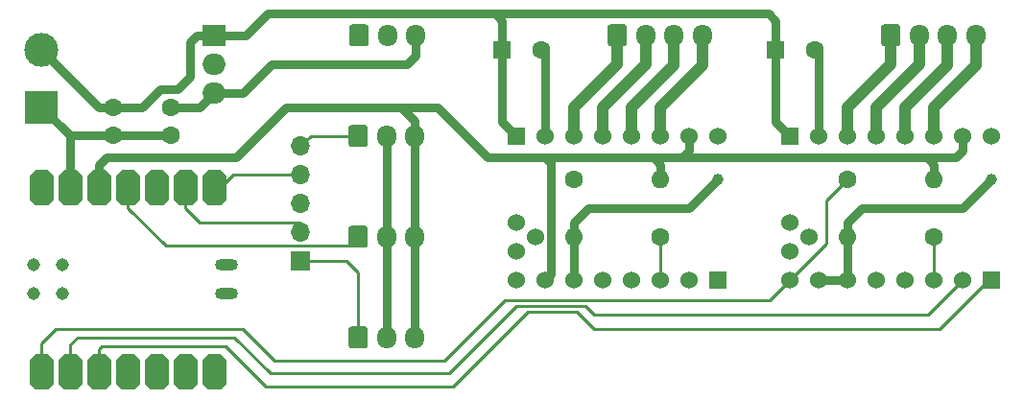
<source format=gtl>
G04 #@! TF.GenerationSoftware,KiCad,Pcbnew,(5.1.9)-1*
G04 #@! TF.CreationDate,2021-06-24T09:40:01+02:00*
G04 #@! TF.ProjectId,ercf-easy-brd,65726366-2d65-4617-9379-2d6272642e6b,v1.1*
G04 #@! TF.SameCoordinates,Original*
G04 #@! TF.FileFunction,Copper,L1,Top*
G04 #@! TF.FilePolarity,Positive*
%FSLAX46Y46*%
G04 Gerber Fmt 4.6, Leading zero omitted, Abs format (unit mm)*
G04 Created by KiCad (PCBNEW (5.1.9)-1) date 2021-06-24 09:40:01*
%MOMM*%
%LPD*%
G01*
G04 APERTURE LIST*
G04 #@! TA.AperFunction,ComponentPad*
%ADD10R,1.524000X1.524000*%
G04 #@! TD*
G04 #@! TA.AperFunction,ComponentPad*
%ADD11C,1.524000*%
G04 #@! TD*
G04 #@! TA.AperFunction,ComponentPad*
%ADD12C,0.100000*%
G04 #@! TD*
G04 #@! TA.AperFunction,SMDPad,CuDef*
%ADD13C,1.143000*%
G04 #@! TD*
G04 #@! TA.AperFunction,SMDPad,CuDef*
%ADD14O,2.032000X1.016000*%
G04 #@! TD*
G04 #@! TA.AperFunction,ComponentPad*
%ADD15O,1.700000X1.700000*%
G04 #@! TD*
G04 #@! TA.AperFunction,ComponentPad*
%ADD16R,1.700000X1.700000*%
G04 #@! TD*
G04 #@! TA.AperFunction,ComponentPad*
%ADD17C,3.000000*%
G04 #@! TD*
G04 #@! TA.AperFunction,ComponentPad*
%ADD18R,3.000000X3.000000*%
G04 #@! TD*
G04 #@! TA.AperFunction,ComponentPad*
%ADD19O,1.700000X1.950000*%
G04 #@! TD*
G04 #@! TA.AperFunction,ComponentPad*
%ADD20C,1.600000*%
G04 #@! TD*
G04 #@! TA.AperFunction,ComponentPad*
%ADD21R,2.000000X1.905000*%
G04 #@! TD*
G04 #@! TA.AperFunction,ComponentPad*
%ADD22O,2.000000X1.905000*%
G04 #@! TD*
G04 #@! TA.AperFunction,ComponentPad*
%ADD23O,1.600000X1.600000*%
G04 #@! TD*
G04 #@! TA.AperFunction,ComponentPad*
%ADD24R,1.600000X1.600000*%
G04 #@! TD*
G04 #@! TA.AperFunction,ViaPad*
%ADD25C,1.000000*%
G04 #@! TD*
G04 #@! TA.AperFunction,Conductor*
%ADD26C,0.600000*%
G04 #@! TD*
G04 #@! TA.AperFunction,Conductor*
%ADD27C,0.800000*%
G04 #@! TD*
G04 #@! TA.AperFunction,Conductor*
%ADD28C,0.250000*%
G04 #@! TD*
G04 #@! TA.AperFunction,Conductor*
%ADD29C,1.000000*%
G04 #@! TD*
G04 APERTURE END LIST*
D10*
X140970000Y-133350000D03*
D11*
X138430000Y-133350000D03*
X135890000Y-133350000D03*
X133350000Y-133350000D03*
X130810000Y-133350000D03*
X128270000Y-133350000D03*
X125730000Y-133350000D03*
X123190000Y-133350000D03*
D10*
X123190000Y-120650000D03*
D11*
X125730000Y-120650000D03*
X128270000Y-120650000D03*
X130810000Y-120650000D03*
X133350000Y-120650000D03*
X135890000Y-120650000D03*
X138430000Y-120650000D03*
X140970000Y-120650000D03*
X123190000Y-130810000D03*
X123190000Y-128270000D03*
X124841000Y-129540000D03*
D10*
X165100000Y-133350000D03*
D11*
X162560000Y-133350000D03*
X160020000Y-133350000D03*
X157480000Y-133350000D03*
X154940000Y-133350000D03*
X152400000Y-133350000D03*
X149860000Y-133350000D03*
X147320000Y-133350000D03*
D10*
X147320000Y-120650000D03*
D11*
X149860000Y-120650000D03*
X152400000Y-120650000D03*
X154940000Y-120650000D03*
X157480000Y-120650000D03*
X160020000Y-120650000D03*
X162560000Y-120650000D03*
X165100000Y-120650000D03*
X147320000Y-130810000D03*
X147320000Y-128270000D03*
X148971000Y-129540000D03*
G04 #@! TA.AperFunction,ComponentPad*
D12*
G36*
X80214961Y-124196245D02*
G01*
X80217806Y-124186866D01*
X80222427Y-124178221D01*
X80228645Y-124170645D01*
X80736645Y-123662645D01*
X80744221Y-123656427D01*
X80752866Y-123651806D01*
X80762245Y-123648961D01*
X80772000Y-123648000D01*
X81788000Y-123648000D01*
X81797755Y-123648961D01*
X81807134Y-123651806D01*
X81815779Y-123656427D01*
X81823355Y-123662645D01*
X82331355Y-124170645D01*
X82337573Y-124178221D01*
X82342194Y-124186866D01*
X82345039Y-124196245D01*
X82346000Y-124206000D01*
X82346000Y-126238000D01*
X82345039Y-126247755D01*
X82342194Y-126257134D01*
X82337573Y-126265779D01*
X82331355Y-126273355D01*
X81823355Y-126781355D01*
X81815779Y-126787573D01*
X81807134Y-126792194D01*
X81797755Y-126795039D01*
X81788000Y-126796000D01*
X80772000Y-126796000D01*
X80762245Y-126795039D01*
X80752866Y-126792194D01*
X80744221Y-126787573D01*
X80736645Y-126781355D01*
X80228645Y-126273355D01*
X80222427Y-126265779D01*
X80217806Y-126257134D01*
X80214961Y-126247755D01*
X80214000Y-126238000D01*
X80214000Y-124206000D01*
X80214961Y-124196245D01*
G37*
G04 #@! TD.AperFunction*
G04 #@! TA.AperFunction,ComponentPad*
G36*
X85294961Y-124196245D02*
G01*
X85297806Y-124186866D01*
X85302427Y-124178221D01*
X85308645Y-124170645D01*
X85816645Y-123662645D01*
X85824221Y-123656427D01*
X85832866Y-123651806D01*
X85842245Y-123648961D01*
X85852000Y-123648000D01*
X86868000Y-123648000D01*
X86877755Y-123648961D01*
X86887134Y-123651806D01*
X86895779Y-123656427D01*
X86903355Y-123662645D01*
X87411355Y-124170645D01*
X87417573Y-124178221D01*
X87422194Y-124186866D01*
X87425039Y-124196245D01*
X87426000Y-124206000D01*
X87426000Y-126238000D01*
X87425039Y-126247755D01*
X87422194Y-126257134D01*
X87417573Y-126265779D01*
X87411355Y-126273355D01*
X86903355Y-126781355D01*
X86895779Y-126787573D01*
X86887134Y-126792194D01*
X86877755Y-126795039D01*
X86868000Y-126796000D01*
X85852000Y-126796000D01*
X85842245Y-126795039D01*
X85832866Y-126792194D01*
X85824221Y-126787573D01*
X85816645Y-126781355D01*
X85308645Y-126273355D01*
X85302427Y-126265779D01*
X85297806Y-126257134D01*
X85294961Y-126247755D01*
X85294000Y-126238000D01*
X85294000Y-124206000D01*
X85294961Y-124196245D01*
G37*
G04 #@! TD.AperFunction*
G04 #@! TA.AperFunction,ComponentPad*
G36*
X82754961Y-124196245D02*
G01*
X82757806Y-124186866D01*
X82762427Y-124178221D01*
X82768645Y-124170645D01*
X83276645Y-123662645D01*
X83284221Y-123656427D01*
X83292866Y-123651806D01*
X83302245Y-123648961D01*
X83312000Y-123648000D01*
X84328000Y-123648000D01*
X84337755Y-123648961D01*
X84347134Y-123651806D01*
X84355779Y-123656427D01*
X84363355Y-123662645D01*
X84871355Y-124170645D01*
X84877573Y-124178221D01*
X84882194Y-124186866D01*
X84885039Y-124196245D01*
X84886000Y-124206000D01*
X84886000Y-126238000D01*
X84885039Y-126247755D01*
X84882194Y-126257134D01*
X84877573Y-126265779D01*
X84871355Y-126273355D01*
X84363355Y-126781355D01*
X84355779Y-126787573D01*
X84347134Y-126792194D01*
X84337755Y-126795039D01*
X84328000Y-126796000D01*
X83312000Y-126796000D01*
X83302245Y-126795039D01*
X83292866Y-126792194D01*
X83284221Y-126787573D01*
X83276645Y-126781355D01*
X82768645Y-126273355D01*
X82762427Y-126265779D01*
X82757806Y-126257134D01*
X82754961Y-126247755D01*
X82754000Y-126238000D01*
X82754000Y-124206000D01*
X82754961Y-124196245D01*
G37*
G04 #@! TD.AperFunction*
G04 #@! TA.AperFunction,ComponentPad*
G36*
X87834961Y-124196245D02*
G01*
X87837806Y-124186866D01*
X87842427Y-124178221D01*
X87848645Y-124170645D01*
X88356645Y-123662645D01*
X88364221Y-123656427D01*
X88372866Y-123651806D01*
X88382245Y-123648961D01*
X88392000Y-123648000D01*
X89408000Y-123648000D01*
X89417755Y-123648961D01*
X89427134Y-123651806D01*
X89435779Y-123656427D01*
X89443355Y-123662645D01*
X89951355Y-124170645D01*
X89957573Y-124178221D01*
X89962194Y-124186866D01*
X89965039Y-124196245D01*
X89966000Y-124206000D01*
X89966000Y-126238000D01*
X89965039Y-126247755D01*
X89962194Y-126257134D01*
X89957573Y-126265779D01*
X89951355Y-126273355D01*
X89443355Y-126781355D01*
X89435779Y-126787573D01*
X89427134Y-126792194D01*
X89417755Y-126795039D01*
X89408000Y-126796000D01*
X88392000Y-126796000D01*
X88382245Y-126795039D01*
X88372866Y-126792194D01*
X88364221Y-126787573D01*
X88356645Y-126781355D01*
X87848645Y-126273355D01*
X87842427Y-126265779D01*
X87837806Y-126257134D01*
X87834961Y-126247755D01*
X87834000Y-126238000D01*
X87834000Y-124206000D01*
X87834961Y-124196245D01*
G37*
G04 #@! TD.AperFunction*
G04 #@! TA.AperFunction,ComponentPad*
G36*
X95454961Y-124196245D02*
G01*
X95457806Y-124186866D01*
X95462427Y-124178221D01*
X95468645Y-124170645D01*
X95976645Y-123662645D01*
X95984221Y-123656427D01*
X95992866Y-123651806D01*
X96002245Y-123648961D01*
X96012000Y-123648000D01*
X97028000Y-123648000D01*
X97037755Y-123648961D01*
X97047134Y-123651806D01*
X97055779Y-123656427D01*
X97063355Y-123662645D01*
X97571355Y-124170645D01*
X97577573Y-124178221D01*
X97582194Y-124186866D01*
X97585039Y-124196245D01*
X97586000Y-124206000D01*
X97586000Y-126238000D01*
X97585039Y-126247755D01*
X97582194Y-126257134D01*
X97577573Y-126265779D01*
X97571355Y-126273355D01*
X97063355Y-126781355D01*
X97055779Y-126787573D01*
X97047134Y-126792194D01*
X97037755Y-126795039D01*
X97028000Y-126796000D01*
X96012000Y-126796000D01*
X96002245Y-126795039D01*
X95992866Y-126792194D01*
X95984221Y-126787573D01*
X95976645Y-126781355D01*
X95468645Y-126273355D01*
X95462427Y-126265779D01*
X95457806Y-126257134D01*
X95454961Y-126247755D01*
X95454000Y-126238000D01*
X95454000Y-124206000D01*
X95454961Y-124196245D01*
G37*
G04 #@! TD.AperFunction*
G04 #@! TA.AperFunction,ComponentPad*
G36*
X92914961Y-124196245D02*
G01*
X92917806Y-124186866D01*
X92922427Y-124178221D01*
X92928645Y-124170645D01*
X93436645Y-123662645D01*
X93444221Y-123656427D01*
X93452866Y-123651806D01*
X93462245Y-123648961D01*
X93472000Y-123648000D01*
X94488000Y-123648000D01*
X94497755Y-123648961D01*
X94507134Y-123651806D01*
X94515779Y-123656427D01*
X94523355Y-123662645D01*
X95031355Y-124170645D01*
X95037573Y-124178221D01*
X95042194Y-124186866D01*
X95045039Y-124196245D01*
X95046000Y-124206000D01*
X95046000Y-126238000D01*
X95045039Y-126247755D01*
X95042194Y-126257134D01*
X95037573Y-126265779D01*
X95031355Y-126273355D01*
X94523355Y-126781355D01*
X94515779Y-126787573D01*
X94507134Y-126792194D01*
X94497755Y-126795039D01*
X94488000Y-126796000D01*
X93472000Y-126796000D01*
X93462245Y-126795039D01*
X93452866Y-126792194D01*
X93444221Y-126787573D01*
X93436645Y-126781355D01*
X92928645Y-126273355D01*
X92922427Y-126265779D01*
X92917806Y-126257134D01*
X92914961Y-126247755D01*
X92914000Y-126238000D01*
X92914000Y-124206000D01*
X92914961Y-124196245D01*
G37*
G04 #@! TD.AperFunction*
G04 #@! TA.AperFunction,ComponentPad*
G36*
X90374961Y-124196245D02*
G01*
X90377806Y-124186866D01*
X90382427Y-124178221D01*
X90388645Y-124170645D01*
X90896645Y-123662645D01*
X90904221Y-123656427D01*
X90912866Y-123651806D01*
X90922245Y-123648961D01*
X90932000Y-123648000D01*
X91948000Y-123648000D01*
X91957755Y-123648961D01*
X91967134Y-123651806D01*
X91975779Y-123656427D01*
X91983355Y-123662645D01*
X92491355Y-124170645D01*
X92497573Y-124178221D01*
X92502194Y-124186866D01*
X92505039Y-124196245D01*
X92506000Y-124206000D01*
X92506000Y-126238000D01*
X92505039Y-126247755D01*
X92502194Y-126257134D01*
X92497573Y-126265779D01*
X92491355Y-126273355D01*
X91983355Y-126781355D01*
X91975779Y-126787573D01*
X91967134Y-126792194D01*
X91957755Y-126795039D01*
X91948000Y-126796000D01*
X90932000Y-126796000D01*
X90922245Y-126795039D01*
X90912866Y-126792194D01*
X90904221Y-126787573D01*
X90896645Y-126781355D01*
X90388645Y-126273355D01*
X90382427Y-126265779D01*
X90377806Y-126257134D01*
X90374961Y-126247755D01*
X90374000Y-126238000D01*
X90374000Y-124206000D01*
X90374961Y-124196245D01*
G37*
G04 #@! TD.AperFunction*
G04 #@! TA.AperFunction,ComponentPad*
G36*
X95454961Y-140452245D02*
G01*
X95457806Y-140442866D01*
X95462427Y-140434221D01*
X95468645Y-140426645D01*
X95976645Y-139918645D01*
X95984221Y-139912427D01*
X95992866Y-139907806D01*
X96002245Y-139904961D01*
X96012000Y-139904000D01*
X97028000Y-139904000D01*
X97037755Y-139904961D01*
X97047134Y-139907806D01*
X97055779Y-139912427D01*
X97063355Y-139918645D01*
X97571355Y-140426645D01*
X97577573Y-140434221D01*
X97582194Y-140442866D01*
X97585039Y-140452245D01*
X97586000Y-140462000D01*
X97586000Y-142494000D01*
X97585039Y-142503755D01*
X97582194Y-142513134D01*
X97577573Y-142521779D01*
X97571355Y-142529355D01*
X97063355Y-143037355D01*
X97055779Y-143043573D01*
X97047134Y-143048194D01*
X97037755Y-143051039D01*
X97028000Y-143052000D01*
X96012000Y-143052000D01*
X96002245Y-143051039D01*
X95992866Y-143048194D01*
X95984221Y-143043573D01*
X95976645Y-143037355D01*
X95468645Y-142529355D01*
X95462427Y-142521779D01*
X95457806Y-142513134D01*
X95454961Y-142503755D01*
X95454000Y-142494000D01*
X95454000Y-140462000D01*
X95454961Y-140452245D01*
G37*
G04 #@! TD.AperFunction*
G04 #@! TA.AperFunction,ComponentPad*
G36*
X92914961Y-140452245D02*
G01*
X92917806Y-140442866D01*
X92922427Y-140434221D01*
X92928645Y-140426645D01*
X93436645Y-139918645D01*
X93444221Y-139912427D01*
X93452866Y-139907806D01*
X93462245Y-139904961D01*
X93472000Y-139904000D01*
X94488000Y-139904000D01*
X94497755Y-139904961D01*
X94507134Y-139907806D01*
X94515779Y-139912427D01*
X94523355Y-139918645D01*
X95031355Y-140426645D01*
X95037573Y-140434221D01*
X95042194Y-140442866D01*
X95045039Y-140452245D01*
X95046000Y-140462000D01*
X95046000Y-142494000D01*
X95045039Y-142503755D01*
X95042194Y-142513134D01*
X95037573Y-142521779D01*
X95031355Y-142529355D01*
X94523355Y-143037355D01*
X94515779Y-143043573D01*
X94507134Y-143048194D01*
X94497755Y-143051039D01*
X94488000Y-143052000D01*
X93472000Y-143052000D01*
X93462245Y-143051039D01*
X93452866Y-143048194D01*
X93444221Y-143043573D01*
X93436645Y-143037355D01*
X92928645Y-142529355D01*
X92922427Y-142521779D01*
X92917806Y-142513134D01*
X92914961Y-142503755D01*
X92914000Y-142494000D01*
X92914000Y-140462000D01*
X92914961Y-140452245D01*
G37*
G04 #@! TD.AperFunction*
G04 #@! TA.AperFunction,ComponentPad*
G36*
X90374961Y-140452245D02*
G01*
X90377806Y-140442866D01*
X90382427Y-140434221D01*
X90388645Y-140426645D01*
X90896645Y-139918645D01*
X90904221Y-139912427D01*
X90912866Y-139907806D01*
X90922245Y-139904961D01*
X90932000Y-139904000D01*
X91948000Y-139904000D01*
X91957755Y-139904961D01*
X91967134Y-139907806D01*
X91975779Y-139912427D01*
X91983355Y-139918645D01*
X92491355Y-140426645D01*
X92497573Y-140434221D01*
X92502194Y-140442866D01*
X92505039Y-140452245D01*
X92506000Y-140462000D01*
X92506000Y-142494000D01*
X92505039Y-142503755D01*
X92502194Y-142513134D01*
X92497573Y-142521779D01*
X92491355Y-142529355D01*
X91983355Y-143037355D01*
X91975779Y-143043573D01*
X91967134Y-143048194D01*
X91957755Y-143051039D01*
X91948000Y-143052000D01*
X90932000Y-143052000D01*
X90922245Y-143051039D01*
X90912866Y-143048194D01*
X90904221Y-143043573D01*
X90896645Y-143037355D01*
X90388645Y-142529355D01*
X90382427Y-142521779D01*
X90377806Y-142513134D01*
X90374961Y-142503755D01*
X90374000Y-142494000D01*
X90374000Y-140462000D01*
X90374961Y-140452245D01*
G37*
G04 #@! TD.AperFunction*
G04 #@! TA.AperFunction,ComponentPad*
G36*
X80214961Y-140452245D02*
G01*
X80217806Y-140442866D01*
X80222427Y-140434221D01*
X80228645Y-140426645D01*
X80736645Y-139918645D01*
X80744221Y-139912427D01*
X80752866Y-139907806D01*
X80762245Y-139904961D01*
X80772000Y-139904000D01*
X81788000Y-139904000D01*
X81797755Y-139904961D01*
X81807134Y-139907806D01*
X81815779Y-139912427D01*
X81823355Y-139918645D01*
X82331355Y-140426645D01*
X82337573Y-140434221D01*
X82342194Y-140442866D01*
X82345039Y-140452245D01*
X82346000Y-140462000D01*
X82346000Y-142494000D01*
X82345039Y-142503755D01*
X82342194Y-142513134D01*
X82337573Y-142521779D01*
X82331355Y-142529355D01*
X81823355Y-143037355D01*
X81815779Y-143043573D01*
X81807134Y-143048194D01*
X81797755Y-143051039D01*
X81788000Y-143052000D01*
X80772000Y-143052000D01*
X80762245Y-143051039D01*
X80752866Y-143048194D01*
X80744221Y-143043573D01*
X80736645Y-143037355D01*
X80228645Y-142529355D01*
X80222427Y-142521779D01*
X80217806Y-142513134D01*
X80214961Y-142503755D01*
X80214000Y-142494000D01*
X80214000Y-140462000D01*
X80214961Y-140452245D01*
G37*
G04 #@! TD.AperFunction*
G04 #@! TA.AperFunction,ComponentPad*
G36*
X82754961Y-140452245D02*
G01*
X82757806Y-140442866D01*
X82762427Y-140434221D01*
X82768645Y-140426645D01*
X83276645Y-139918645D01*
X83284221Y-139912427D01*
X83292866Y-139907806D01*
X83302245Y-139904961D01*
X83312000Y-139904000D01*
X84328000Y-139904000D01*
X84337755Y-139904961D01*
X84347134Y-139907806D01*
X84355779Y-139912427D01*
X84363355Y-139918645D01*
X84871355Y-140426645D01*
X84877573Y-140434221D01*
X84882194Y-140442866D01*
X84885039Y-140452245D01*
X84886000Y-140462000D01*
X84886000Y-142494000D01*
X84885039Y-142503755D01*
X84882194Y-142513134D01*
X84877573Y-142521779D01*
X84871355Y-142529355D01*
X84363355Y-143037355D01*
X84355779Y-143043573D01*
X84347134Y-143048194D01*
X84337755Y-143051039D01*
X84328000Y-143052000D01*
X83312000Y-143052000D01*
X83302245Y-143051039D01*
X83292866Y-143048194D01*
X83284221Y-143043573D01*
X83276645Y-143037355D01*
X82768645Y-142529355D01*
X82762427Y-142521779D01*
X82757806Y-142513134D01*
X82754961Y-142503755D01*
X82754000Y-142494000D01*
X82754000Y-140462000D01*
X82754961Y-140452245D01*
G37*
G04 #@! TD.AperFunction*
G04 #@! TA.AperFunction,ComponentPad*
G36*
X85294961Y-140452245D02*
G01*
X85297806Y-140442866D01*
X85302427Y-140434221D01*
X85308645Y-140426645D01*
X85816645Y-139918645D01*
X85824221Y-139912427D01*
X85832866Y-139907806D01*
X85842245Y-139904961D01*
X85852000Y-139904000D01*
X86868000Y-139904000D01*
X86877755Y-139904961D01*
X86887134Y-139907806D01*
X86895779Y-139912427D01*
X86903355Y-139918645D01*
X87411355Y-140426645D01*
X87417573Y-140434221D01*
X87422194Y-140442866D01*
X87425039Y-140452245D01*
X87426000Y-140462000D01*
X87426000Y-142494000D01*
X87425039Y-142503755D01*
X87422194Y-142513134D01*
X87417573Y-142521779D01*
X87411355Y-142529355D01*
X86903355Y-143037355D01*
X86895779Y-143043573D01*
X86887134Y-143048194D01*
X86877755Y-143051039D01*
X86868000Y-143052000D01*
X85852000Y-143052000D01*
X85842245Y-143051039D01*
X85832866Y-143048194D01*
X85824221Y-143043573D01*
X85816645Y-143037355D01*
X85308645Y-142529355D01*
X85302427Y-142521779D01*
X85297806Y-142513134D01*
X85294961Y-142503755D01*
X85294000Y-142494000D01*
X85294000Y-140462000D01*
X85294961Y-140452245D01*
G37*
G04 #@! TD.AperFunction*
G04 #@! TA.AperFunction,ComponentPad*
G36*
X87834961Y-140452245D02*
G01*
X87837806Y-140442866D01*
X87842427Y-140434221D01*
X87848645Y-140426645D01*
X88356645Y-139918645D01*
X88364221Y-139912427D01*
X88372866Y-139907806D01*
X88382245Y-139904961D01*
X88392000Y-139904000D01*
X89408000Y-139904000D01*
X89417755Y-139904961D01*
X89427134Y-139907806D01*
X89435779Y-139912427D01*
X89443355Y-139918645D01*
X89951355Y-140426645D01*
X89957573Y-140434221D01*
X89962194Y-140442866D01*
X89965039Y-140452245D01*
X89966000Y-140462000D01*
X89966000Y-142494000D01*
X89965039Y-142503755D01*
X89962194Y-142513134D01*
X89957573Y-142521779D01*
X89951355Y-142529355D01*
X89443355Y-143037355D01*
X89435779Y-143043573D01*
X89427134Y-143048194D01*
X89417755Y-143051039D01*
X89408000Y-143052000D01*
X88392000Y-143052000D01*
X88382245Y-143051039D01*
X88372866Y-143048194D01*
X88364221Y-143043573D01*
X88356645Y-143037355D01*
X87848645Y-142529355D01*
X87842427Y-142521779D01*
X87837806Y-142513134D01*
X87834961Y-142503755D01*
X87834000Y-142494000D01*
X87834000Y-140462000D01*
X87834961Y-140452245D01*
G37*
G04 #@! TD.AperFunction*
D13*
X83133633Y-132026597D03*
X83133633Y-134566597D03*
X80593633Y-132026597D03*
X80593633Y-134566597D03*
D14*
X97597820Y-132015400D03*
X97597820Y-134565400D03*
D15*
X104140000Y-121539000D03*
X104140000Y-124079000D03*
X104140000Y-126619000D03*
X104140000Y-129159000D03*
D16*
X104140000Y-131699000D03*
D17*
X81280000Y-113030000D03*
D18*
X81280000Y-118110000D03*
D19*
X114220000Y-129540000D03*
X111720000Y-129540000D03*
G04 #@! TA.AperFunction,ComponentPad*
G36*
G01*
X108370000Y-130265000D02*
X108370000Y-128815000D01*
G75*
G02*
X108620000Y-128565000I250000J0D01*
G01*
X109820000Y-128565000D01*
G75*
G02*
X110070000Y-128815000I0J-250000D01*
G01*
X110070000Y-130265000D01*
G75*
G02*
X109820000Y-130515000I-250000J0D01*
G01*
X108620000Y-130515000D01*
G75*
G02*
X108370000Y-130265000I0J250000D01*
G01*
G37*
G04 #@! TD.AperFunction*
D20*
X92710000Y-118110000D03*
X92710000Y-120610000D03*
D21*
X96520000Y-111760000D03*
D22*
X96520000Y-114300000D03*
X96520000Y-116840000D03*
D23*
X135890000Y-124460000D03*
D20*
X128270000Y-124460000D03*
D23*
X160020000Y-124460000D03*
D20*
X152400000Y-124460000D03*
D23*
X128270000Y-129540000D03*
D20*
X135890000Y-129540000D03*
D23*
X152400000Y-129540000D03*
D20*
X160020000Y-129540000D03*
G04 #@! TA.AperFunction,ComponentPad*
G36*
G01*
X131230000Y-112485000D02*
X131230000Y-111035000D01*
G75*
G02*
X131480000Y-110785000I250000J0D01*
G01*
X132680000Y-110785000D01*
G75*
G02*
X132930000Y-111035000I0J-250000D01*
G01*
X132930000Y-112485000D01*
G75*
G02*
X132680000Y-112735000I-250000J0D01*
G01*
X131480000Y-112735000D01*
G75*
G02*
X131230000Y-112485000I0J250000D01*
G01*
G37*
G04 #@! TD.AperFunction*
D19*
X134580000Y-111760000D03*
X137080000Y-111760000D03*
X139580000Y-111760000D03*
X163710000Y-111760000D03*
X161210000Y-111760000D03*
X158710000Y-111760000D03*
G04 #@! TA.AperFunction,ComponentPad*
G36*
G01*
X155360000Y-112485000D02*
X155360000Y-111035000D01*
G75*
G02*
X155610000Y-110785000I250000J0D01*
G01*
X156810000Y-110785000D01*
G75*
G02*
X157060000Y-111035000I0J-250000D01*
G01*
X157060000Y-112485000D01*
G75*
G02*
X156810000Y-112735000I-250000J0D01*
G01*
X155610000Y-112735000D01*
G75*
G02*
X155360000Y-112485000I0J250000D01*
G01*
G37*
G04 #@! TD.AperFunction*
X114220000Y-120650000D03*
X111720000Y-120650000D03*
G04 #@! TA.AperFunction,ComponentPad*
G36*
G01*
X108370000Y-121375000D02*
X108370000Y-119925000D01*
G75*
G02*
X108620000Y-119675000I250000J0D01*
G01*
X109820000Y-119675000D01*
G75*
G02*
X110070000Y-119925000I0J-250000D01*
G01*
X110070000Y-121375000D01*
G75*
G02*
X109820000Y-121625000I-250000J0D01*
G01*
X108620000Y-121625000D01*
G75*
G02*
X108370000Y-121375000I0J250000D01*
G01*
G37*
G04 #@! TD.AperFunction*
X114220000Y-138430000D03*
X111720000Y-138430000D03*
G04 #@! TA.AperFunction,ComponentPad*
G36*
G01*
X108370000Y-139155000D02*
X108370000Y-137705000D01*
G75*
G02*
X108620000Y-137455000I250000J0D01*
G01*
X109820000Y-137455000D01*
G75*
G02*
X110070000Y-137705000I0J-250000D01*
G01*
X110070000Y-139155000D01*
G75*
G02*
X109820000Y-139405000I-250000J0D01*
G01*
X108620000Y-139405000D01*
G75*
G02*
X108370000Y-139155000I0J250000D01*
G01*
G37*
G04 #@! TD.AperFunction*
X114300000Y-111760000D03*
X111800000Y-111760000D03*
G04 #@! TA.AperFunction,ComponentPad*
G36*
G01*
X108450000Y-112485000D02*
X108450000Y-111035000D01*
G75*
G02*
X108700000Y-110785000I250000J0D01*
G01*
X109900000Y-110785000D01*
G75*
G02*
X110150000Y-111035000I0J-250000D01*
G01*
X110150000Y-112485000D01*
G75*
G02*
X109900000Y-112735000I-250000J0D01*
G01*
X108700000Y-112735000D01*
G75*
G02*
X108450000Y-112485000I0J250000D01*
G01*
G37*
G04 #@! TD.AperFunction*
D20*
X125420000Y-113030000D03*
D24*
X121920000Y-113030000D03*
D20*
X149550000Y-113030000D03*
D24*
X146050000Y-113030000D03*
D20*
X87630000Y-120610000D03*
X87630000Y-118110000D03*
D25*
X140970000Y-124460000D03*
X165100000Y-124460000D03*
D26*
X96520000Y-111760000D02*
X96520000Y-111953998D01*
D27*
X86360000Y-118110000D02*
X81280000Y-113030000D01*
X87630000Y-118110000D02*
X86360000Y-118110000D01*
X93281500Y-116522500D02*
X91757500Y-116522500D01*
X94361000Y-115443000D02*
X93281500Y-116522500D01*
X94361000Y-112395000D02*
X94361000Y-115443000D01*
X94996000Y-111760000D02*
X94361000Y-112395000D01*
X96520000Y-111760000D02*
X94996000Y-111760000D01*
X90170000Y-118110000D02*
X91757500Y-116522500D01*
X87630000Y-118110000D02*
X90170000Y-118110000D01*
X99314000Y-111760000D02*
X101219000Y-109855000D01*
X96520000Y-111760000D02*
X99314000Y-111760000D01*
X101219000Y-109855000D02*
X121285000Y-109855000D01*
X121285000Y-109855000D02*
X145415000Y-109855000D01*
X146050000Y-110490000D02*
X145415000Y-109855000D01*
X146050000Y-113030000D02*
X146050000Y-110490000D01*
X146050000Y-119380000D02*
X147320000Y-120650000D01*
X146050000Y-113030000D02*
X146050000Y-119380000D01*
X121920000Y-119380000D02*
X123190000Y-120650000D01*
X121920000Y-113030000D02*
X121920000Y-119380000D01*
X121920000Y-110490000D02*
X121285000Y-109855000D01*
X121920000Y-113030000D02*
X121920000Y-110490000D01*
X111720000Y-129540000D02*
X111720000Y-138430000D01*
X83780000Y-120610000D02*
X81280000Y-118110000D01*
X87630000Y-120610000D02*
X83780000Y-120610000D01*
X83820000Y-120650000D02*
X83780000Y-120610000D01*
X83820000Y-125730000D02*
X83820000Y-120650000D01*
X87630000Y-120610000D02*
X92710000Y-120610000D01*
X111720000Y-120650000D02*
X111720000Y-129540000D01*
X149860000Y-113340000D02*
X149550000Y-113030000D01*
X149860000Y-120650000D02*
X149860000Y-113340000D01*
X125730000Y-113340000D02*
X125420000Y-113030000D01*
X125730000Y-120650000D02*
X125730000Y-113340000D01*
X152400000Y-129540000D02*
X152400000Y-133350000D01*
X152400000Y-133350000D02*
X149860000Y-133350000D01*
X128270000Y-129540000D02*
X128270000Y-133350000D01*
X138430000Y-127000000D02*
X140970000Y-124460000D01*
X152400000Y-129540000D02*
X152400000Y-128270000D01*
X152400000Y-128270000D02*
X153670000Y-127000000D01*
X162560000Y-127000000D02*
X165100000Y-124460000D01*
X153670000Y-127000000D02*
X162560000Y-127000000D01*
X128270000Y-129540000D02*
X128270000Y-128270000D01*
X129540000Y-127000000D02*
X138430000Y-127000000D01*
X128270000Y-128270000D02*
X129540000Y-127000000D01*
X95250000Y-118110000D02*
X96520000Y-116840000D01*
X92710000Y-118110000D02*
X95250000Y-118110000D01*
X99060000Y-116840000D02*
X101600000Y-114300000D01*
X96520000Y-116840000D02*
X99060000Y-116840000D01*
X101600000Y-114300000D02*
X113538000Y-114300000D01*
X114300000Y-113538000D02*
X114300000Y-111760000D01*
X113538000Y-114300000D02*
X114300000Y-113538000D01*
D28*
X109220000Y-132715000D02*
X109220000Y-138430000D01*
X108204000Y-131699000D02*
X109220000Y-132715000D01*
X104140000Y-131699000D02*
X108204000Y-131699000D01*
X105029000Y-120650000D02*
X104140000Y-121539000D01*
X109220000Y-120650000D02*
X105029000Y-120650000D01*
X109220000Y-129540000D02*
X108585000Y-129540000D01*
X108425999Y-130334001D02*
X92234001Y-130334001D01*
X109220000Y-129540000D02*
X108839000Y-129540000D01*
X92234001Y-130334001D02*
X88900000Y-127000000D01*
X88900000Y-127000000D02*
X88900000Y-125730000D01*
X109220000Y-129540000D02*
X108425999Y-130334001D01*
X93980000Y-125730000D02*
X93980000Y-127000000D01*
X93980000Y-127000000D02*
X95250000Y-128270000D01*
X95250000Y-128270000D02*
X104140000Y-128270000D01*
X96520000Y-125730000D02*
X96520000Y-123825000D01*
X98171000Y-124079000D02*
X96520000Y-125730000D01*
X104140000Y-124079000D02*
X98171000Y-124079000D01*
D29*
X86360000Y-125730000D02*
X86360000Y-124669326D01*
D27*
X98425000Y-122555000D02*
X102870000Y-118110000D01*
X86995000Y-122555000D02*
X98425000Y-122555000D01*
X120650000Y-122555000D02*
X125730000Y-122555000D01*
X116205000Y-118110000D02*
X120650000Y-122555000D01*
X114220000Y-119300000D02*
X113030000Y-118110000D01*
X114220000Y-120650000D02*
X114220000Y-119300000D01*
X113030000Y-118110000D02*
X116205000Y-118110000D01*
X102870000Y-118110000D02*
X113030000Y-118110000D01*
X114220000Y-120650000D02*
X114220000Y-129540000D01*
X114220000Y-129540000D02*
X114220000Y-138430000D01*
X86360000Y-123190000D02*
X86995000Y-122555000D01*
X86360000Y-125730000D02*
X86360000Y-123190000D01*
X125730000Y-122555000D02*
X135255000Y-122555000D01*
X151511000Y-122555000D02*
X159385000Y-122555000D01*
X137795000Y-122555000D02*
X151511000Y-122555000D01*
X160020000Y-123190000D02*
X159385000Y-122555000D01*
X160020000Y-124460000D02*
X160020000Y-123190000D01*
X162560000Y-120650000D02*
X162560000Y-121920000D01*
X161925000Y-122555000D02*
X159385000Y-122555000D01*
X162560000Y-121920000D02*
X161925000Y-122555000D01*
X138430000Y-121920000D02*
X137795000Y-122555000D01*
X138430000Y-120650000D02*
X138430000Y-121920000D01*
X137795000Y-122555000D02*
X135255000Y-122555000D01*
X135890000Y-123190000D02*
X135255000Y-122555000D01*
X135890000Y-124460000D02*
X135890000Y-123190000D01*
X126229999Y-132850001D02*
X125730000Y-133350000D01*
X126229999Y-123054999D02*
X126229999Y-132850001D01*
X125730000Y-122555000D02*
X126229999Y-123054999D01*
D28*
X150495000Y-130175000D02*
X150495000Y-126365000D01*
X150495000Y-126365000D02*
X152400000Y-124460000D01*
X147320000Y-133350000D02*
X150495000Y-130175000D01*
X122174000Y-135128000D02*
X116840000Y-140462000D01*
X116840000Y-140462000D02*
X101854000Y-140462000D01*
X99060000Y-137668000D02*
X82550000Y-137668000D01*
X81280000Y-138938000D02*
X82550000Y-137668000D01*
X81280000Y-140970000D02*
X81280000Y-138938000D01*
X101854000Y-140462000D02*
X99060000Y-137668000D01*
X122174000Y-135128000D02*
X145542000Y-135128000D01*
X145542000Y-135128000D02*
X147320000Y-133350000D01*
X135890000Y-129540000D02*
X135890000Y-133350000D01*
X97452180Y-141406880D02*
X97452180Y-140672820D01*
X96520000Y-141732000D02*
X96520000Y-140970000D01*
X159512000Y-136398000D02*
X130048000Y-136398000D01*
X130048000Y-136398000D02*
X129286000Y-135636000D01*
X129286000Y-135636000D02*
X123190000Y-135636000D01*
X83820000Y-139065000D02*
X83820000Y-140970000D01*
X84455000Y-138430000D02*
X83820000Y-139065000D01*
X98298000Y-138430000D02*
X84455000Y-138430000D01*
X101473000Y-141605000D02*
X98298000Y-138430000D01*
X117221000Y-141605000D02*
X101473000Y-141605000D01*
X162560000Y-133350000D02*
X159512000Y-136398000D01*
X123190000Y-135636000D02*
X117221000Y-141605000D01*
X160528000Y-137668000D02*
X164846000Y-133350000D01*
X130048000Y-137668000D02*
X160528000Y-137668000D01*
X130048000Y-137668000D02*
X128524000Y-136144000D01*
X128524000Y-136144000D02*
X124206000Y-136144000D01*
X124206000Y-136144000D02*
X117602000Y-142748000D01*
X117602000Y-142748000D02*
X101092000Y-142748000D01*
X101092000Y-142748000D02*
X97536000Y-139192000D01*
X97536000Y-139192000D02*
X86614000Y-139192000D01*
X86360000Y-139446000D02*
X86614000Y-139192000D01*
X86360000Y-140970000D02*
X86360000Y-139446000D01*
D29*
X163710000Y-111760000D02*
X163710000Y-114420000D01*
X160020000Y-118110000D02*
X160020000Y-120650000D01*
X163710000Y-114420000D02*
X160020000Y-118110000D01*
X161210000Y-111760000D02*
X161210000Y-114380000D01*
X157480000Y-118110000D02*
X157480000Y-120650000D01*
X161210000Y-114380000D02*
X157480000Y-118110000D01*
X158710000Y-111760000D02*
X158710000Y-114340000D01*
X154940000Y-118110000D02*
X154940000Y-120650000D01*
X158710000Y-114340000D02*
X154940000Y-118110000D01*
X156210000Y-111760000D02*
X156210000Y-114300000D01*
X152400000Y-118110000D02*
X152400000Y-120650000D01*
X156210000Y-114300000D02*
X152400000Y-118110000D01*
X132080000Y-111760000D02*
X132080000Y-114300000D01*
X128270000Y-118110000D02*
X128270000Y-120650000D01*
X132080000Y-114300000D02*
X128270000Y-118110000D01*
X134580000Y-111760000D02*
X134580000Y-114340000D01*
X130810000Y-118110000D02*
X130810000Y-120650000D01*
X134580000Y-114340000D02*
X130810000Y-118110000D01*
X137080000Y-111760000D02*
X137080000Y-114380000D01*
X133350000Y-118110000D02*
X133350000Y-120650000D01*
X137080000Y-114380000D02*
X133350000Y-118110000D01*
X139580000Y-111760000D02*
X139580000Y-114420000D01*
X135890000Y-118110000D02*
X135890000Y-120650000D01*
X139580000Y-114420000D02*
X135890000Y-118110000D01*
D28*
X160020000Y-129540000D02*
X160020000Y-133350000D01*
M02*

</source>
